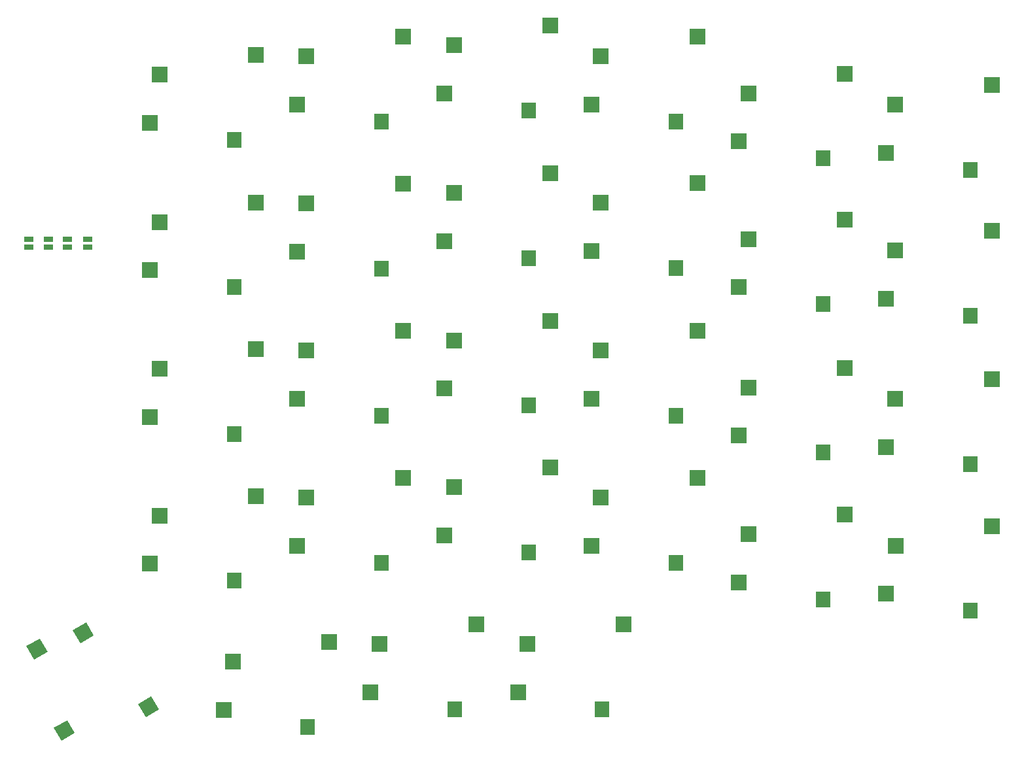
<source format=gbr>
G04 #@! TF.GenerationSoftware,KiCad,Pcbnew,(5.1.12)-1*
G04 #@! TF.CreationDate,2021-12-11T09:13:36+00:00*
G04 #@! TF.ProjectId,Lily58_Pro,4c696c79-3538-45f5-9072-6f2e6b696361,rev?*
G04 #@! TF.SameCoordinates,Original*
G04 #@! TF.FileFunction,Paste,Bot*
G04 #@! TF.FilePolarity,Positive*
%FSLAX46Y46*%
G04 Gerber Fmt 4.6, Leading zero omitted, Abs format (unit mm)*
G04 Created by KiCad (PCBNEW (5.1.12)-1) date 2021-12-11 09:13:36*
%MOMM*%
%LPD*%
G01*
G04 APERTURE LIST*
%ADD10R,2.000000X2.000000*%
%ADD11R,1.900000X2.000000*%
%ADD12C,0.100000*%
%ADD13R,1.143000X0.635000*%
G04 APERTURE END LIST*
D10*
X160000000Y-127450000D03*
D11*
X170900000Y-129650000D03*
D10*
X161200000Y-121210000D03*
X173700000Y-118670000D03*
X140900000Y-127450000D03*
D11*
X151800000Y-129650000D03*
D10*
X142100000Y-121210000D03*
X154600000Y-118670000D03*
X121900000Y-129700000D03*
D11*
X132800000Y-131900000D03*
D10*
X123100000Y-123460000D03*
X135600000Y-120920000D03*
D12*
G36*
X99111731Y-122201219D02*
G01*
X97379681Y-123201219D01*
X96379681Y-121469169D01*
X98111731Y-120469169D01*
X99111731Y-122201219D01*
G37*
G36*
X102631475Y-132697595D02*
G01*
X100899425Y-133697595D01*
X99949425Y-132052147D01*
X101681475Y-131052147D01*
X102631475Y-132697595D01*
G37*
G36*
X105115730Y-120120450D02*
G01*
X103383680Y-121120450D01*
X102383680Y-119388400D01*
X104115730Y-118388400D01*
X105115730Y-120120450D01*
G37*
G36*
X113565434Y-129675767D02*
G01*
X111833384Y-130675767D01*
X110833384Y-128943717D01*
X112565434Y-127943717D01*
X113565434Y-129675767D01*
G37*
D10*
X207650000Y-114700000D03*
D11*
X218550000Y-116900000D03*
D10*
X208850000Y-108460000D03*
X221350000Y-105920000D03*
X188600000Y-113200000D03*
D11*
X199500000Y-115400000D03*
D10*
X189800000Y-106960000D03*
X202300000Y-104420000D03*
X169500000Y-108500000D03*
D11*
X180400000Y-110700000D03*
D10*
X170700000Y-102260000D03*
X183200000Y-99720000D03*
X150500000Y-107100000D03*
D11*
X161400000Y-109300000D03*
D10*
X151700000Y-100860000D03*
X164200000Y-98320000D03*
X131400000Y-108500000D03*
D11*
X142300000Y-110700000D03*
D10*
X132600000Y-102260000D03*
X145100000Y-99720000D03*
X112400000Y-110800000D03*
D11*
X123300000Y-113000000D03*
D10*
X113600000Y-104560000D03*
X126100000Y-102020000D03*
X207600000Y-95700000D03*
D11*
X218500000Y-97900000D03*
D10*
X208800000Y-89460000D03*
X221300000Y-86920000D03*
X188600000Y-94200000D03*
D11*
X199500000Y-96400000D03*
D10*
X189800000Y-87960000D03*
X202300000Y-85420000D03*
X169500000Y-89400000D03*
D11*
X180400000Y-91600000D03*
D10*
X170700000Y-83160000D03*
X183200000Y-80620000D03*
X150500000Y-88100000D03*
D11*
X161400000Y-90300000D03*
D10*
X151700000Y-81860000D03*
X164200000Y-79320000D03*
X131400000Y-89400000D03*
D11*
X142300000Y-91600000D03*
D10*
X132600000Y-83160000D03*
X145100000Y-80620000D03*
X112400000Y-91800000D03*
D11*
X123300000Y-94000000D03*
D10*
X113600000Y-85560000D03*
X126100000Y-83020000D03*
X207600000Y-76500000D03*
D11*
X218500000Y-78700000D03*
D10*
X208800000Y-70260000D03*
X221300000Y-67720000D03*
X188600000Y-75000000D03*
D11*
X199500000Y-77200000D03*
D10*
X189800000Y-68760000D03*
X202300000Y-66220000D03*
X169500000Y-70300000D03*
D11*
X180400000Y-72500000D03*
D10*
X170700000Y-64060000D03*
X183200000Y-61520000D03*
X150500000Y-69000000D03*
D11*
X161400000Y-71200000D03*
D10*
X151700000Y-62760000D03*
X164200000Y-60220000D03*
X131400000Y-70400000D03*
D11*
X142300000Y-72600000D03*
D10*
X132600000Y-64160000D03*
X145100000Y-61620000D03*
X112400000Y-72800000D03*
D11*
X123300000Y-75000000D03*
D10*
X113600000Y-66560000D03*
X126100000Y-64020000D03*
X207600000Y-57600000D03*
D11*
X218500000Y-59800000D03*
D10*
X208800000Y-51360000D03*
X221300000Y-48820000D03*
X188600000Y-56100000D03*
D11*
X199500000Y-58300000D03*
D10*
X189800000Y-49860000D03*
X202300000Y-47320000D03*
X169500000Y-51300000D03*
D11*
X180400000Y-53500000D03*
D10*
X170700000Y-45060000D03*
X183200000Y-42520000D03*
X150500000Y-49910000D03*
D11*
X161400000Y-52110000D03*
D10*
X151700000Y-43670000D03*
X164200000Y-41130000D03*
X131400000Y-51300000D03*
D11*
X142300000Y-53500000D03*
D10*
X132600000Y-45060000D03*
X145100000Y-42520000D03*
X112400000Y-53700000D03*
D11*
X123300000Y-55900000D03*
D10*
X113600000Y-47460000D03*
X126100000Y-44920000D03*
D13*
X104300000Y-68799620D03*
X104300000Y-69800380D03*
X101700000Y-69800380D03*
X101700000Y-68799620D03*
X99200000Y-68799620D03*
X99200000Y-69800380D03*
X96700000Y-69800380D03*
X96700000Y-68799620D03*
M02*

</source>
